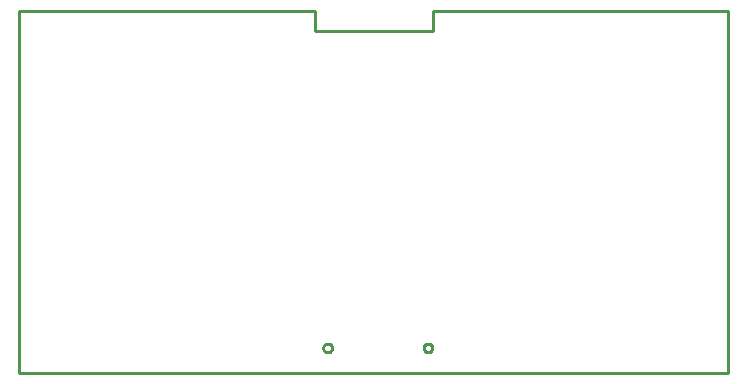
<source format=gko>
G04 EAGLE Gerber RS-274X export*
G75*
%MOMM*%
%FSLAX34Y34*%
%LPD*%
%IN*%
%IPPOS*%
%AMOC8*
5,1,8,0,0,1.08239X$1,22.5*%
G01*
%ADD10C,0.050000*%
%ADD11C,0.000000*%
%ADD12C,0.254000*%


D10*
X600000Y0D02*
X600000Y307000D01*
X0Y307000D02*
X0Y0D01*
X600000Y0D01*
X600000Y307000D02*
X350000Y307000D01*
X250000Y307000D02*
X0Y307000D01*
X250000Y307000D02*
X250000Y290000D01*
X350000Y290000D02*
X350000Y307000D01*
X350000Y290000D02*
X250000Y290000D01*
D11*
X342300Y21500D02*
X342302Y21622D01*
X342308Y21744D01*
X342318Y21866D01*
X342332Y21987D01*
X342350Y22108D01*
X342371Y22228D01*
X342397Y22347D01*
X342426Y22466D01*
X342460Y22583D01*
X342497Y22699D01*
X342538Y22814D01*
X342583Y22928D01*
X342631Y23040D01*
X342683Y23151D01*
X342738Y23259D01*
X342797Y23366D01*
X342860Y23471D01*
X342926Y23574D01*
X342995Y23674D01*
X343067Y23773D01*
X343143Y23869D01*
X343221Y23962D01*
X343303Y24053D01*
X343388Y24141D01*
X343475Y24226D01*
X343565Y24308D01*
X343658Y24388D01*
X343753Y24464D01*
X343851Y24537D01*
X343951Y24607D01*
X344053Y24674D01*
X344157Y24737D01*
X344264Y24797D01*
X344372Y24854D01*
X344482Y24906D01*
X344594Y24956D01*
X344707Y25001D01*
X344822Y25043D01*
X344938Y25081D01*
X345055Y25116D01*
X345173Y25146D01*
X345292Y25173D01*
X345412Y25195D01*
X345533Y25214D01*
X345654Y25229D01*
X345776Y25240D01*
X345897Y25247D01*
X346019Y25250D01*
X346142Y25249D01*
X346264Y25244D01*
X346385Y25235D01*
X346507Y25222D01*
X346628Y25205D01*
X346748Y25184D01*
X346867Y25160D01*
X346986Y25131D01*
X347104Y25099D01*
X347220Y25063D01*
X347336Y25023D01*
X347450Y24979D01*
X347562Y24932D01*
X347673Y24881D01*
X347782Y24826D01*
X347890Y24768D01*
X347995Y24706D01*
X348098Y24641D01*
X348200Y24573D01*
X348298Y24501D01*
X348395Y24426D01*
X348489Y24349D01*
X348580Y24268D01*
X348669Y24184D01*
X348755Y24097D01*
X348838Y24008D01*
X348918Y23916D01*
X348995Y23821D01*
X349069Y23724D01*
X349140Y23624D01*
X349208Y23523D01*
X349272Y23419D01*
X349333Y23313D01*
X349390Y23205D01*
X349444Y23096D01*
X349494Y22984D01*
X349540Y22871D01*
X349583Y22757D01*
X349622Y22641D01*
X349657Y22525D01*
X349689Y22407D01*
X349716Y22288D01*
X349740Y22168D01*
X349760Y22047D01*
X349776Y21926D01*
X349788Y21805D01*
X349796Y21683D01*
X349800Y21561D01*
X349800Y21439D01*
X349796Y21317D01*
X349788Y21195D01*
X349776Y21074D01*
X349760Y20953D01*
X349740Y20832D01*
X349716Y20712D01*
X349689Y20593D01*
X349657Y20475D01*
X349622Y20359D01*
X349583Y20243D01*
X349540Y20129D01*
X349494Y20016D01*
X349444Y19904D01*
X349390Y19795D01*
X349333Y19687D01*
X349272Y19581D01*
X349208Y19477D01*
X349140Y19376D01*
X349069Y19276D01*
X348995Y19179D01*
X348918Y19084D01*
X348838Y18992D01*
X348755Y18903D01*
X348669Y18816D01*
X348580Y18732D01*
X348489Y18651D01*
X348395Y18574D01*
X348298Y18499D01*
X348200Y18427D01*
X348098Y18359D01*
X347995Y18294D01*
X347890Y18232D01*
X347782Y18174D01*
X347673Y18119D01*
X347562Y18068D01*
X347450Y18021D01*
X347336Y17977D01*
X347220Y17937D01*
X347104Y17901D01*
X346986Y17869D01*
X346867Y17840D01*
X346748Y17816D01*
X346628Y17795D01*
X346507Y17778D01*
X346385Y17765D01*
X346264Y17756D01*
X346142Y17751D01*
X346019Y17750D01*
X345897Y17753D01*
X345776Y17760D01*
X345654Y17771D01*
X345533Y17786D01*
X345412Y17805D01*
X345292Y17827D01*
X345173Y17854D01*
X345055Y17884D01*
X344938Y17919D01*
X344822Y17957D01*
X344707Y17999D01*
X344594Y18044D01*
X344482Y18094D01*
X344372Y18146D01*
X344264Y18203D01*
X344157Y18263D01*
X344053Y18326D01*
X343951Y18393D01*
X343851Y18463D01*
X343753Y18536D01*
X343658Y18612D01*
X343565Y18692D01*
X343475Y18774D01*
X343388Y18859D01*
X343303Y18947D01*
X343221Y19038D01*
X343143Y19131D01*
X343067Y19227D01*
X342995Y19326D01*
X342926Y19426D01*
X342860Y19529D01*
X342797Y19634D01*
X342738Y19741D01*
X342683Y19849D01*
X342631Y19960D01*
X342583Y20072D01*
X342538Y20186D01*
X342497Y20301D01*
X342460Y20417D01*
X342426Y20534D01*
X342397Y20653D01*
X342371Y20772D01*
X342350Y20892D01*
X342332Y21013D01*
X342318Y21134D01*
X342308Y21256D01*
X342302Y21378D01*
X342300Y21500D01*
X257300Y21500D02*
X257302Y21622D01*
X257308Y21744D01*
X257318Y21866D01*
X257332Y21987D01*
X257350Y22108D01*
X257371Y22228D01*
X257397Y22347D01*
X257426Y22466D01*
X257460Y22583D01*
X257497Y22699D01*
X257538Y22814D01*
X257583Y22928D01*
X257631Y23040D01*
X257683Y23151D01*
X257738Y23259D01*
X257797Y23366D01*
X257860Y23471D01*
X257926Y23574D01*
X257995Y23674D01*
X258067Y23773D01*
X258143Y23869D01*
X258221Y23962D01*
X258303Y24053D01*
X258388Y24141D01*
X258475Y24226D01*
X258565Y24308D01*
X258658Y24388D01*
X258753Y24464D01*
X258851Y24537D01*
X258951Y24607D01*
X259053Y24674D01*
X259157Y24737D01*
X259264Y24797D01*
X259372Y24854D01*
X259482Y24906D01*
X259594Y24956D01*
X259707Y25001D01*
X259822Y25043D01*
X259938Y25081D01*
X260055Y25116D01*
X260173Y25146D01*
X260292Y25173D01*
X260412Y25195D01*
X260533Y25214D01*
X260654Y25229D01*
X260776Y25240D01*
X260897Y25247D01*
X261019Y25250D01*
X261142Y25249D01*
X261264Y25244D01*
X261385Y25235D01*
X261507Y25222D01*
X261628Y25205D01*
X261748Y25184D01*
X261867Y25160D01*
X261986Y25131D01*
X262104Y25099D01*
X262220Y25063D01*
X262336Y25023D01*
X262450Y24979D01*
X262562Y24932D01*
X262673Y24881D01*
X262782Y24826D01*
X262890Y24768D01*
X262995Y24706D01*
X263098Y24641D01*
X263200Y24573D01*
X263298Y24501D01*
X263395Y24426D01*
X263489Y24349D01*
X263580Y24268D01*
X263669Y24184D01*
X263755Y24097D01*
X263838Y24008D01*
X263918Y23916D01*
X263995Y23821D01*
X264069Y23724D01*
X264140Y23624D01*
X264208Y23523D01*
X264272Y23419D01*
X264333Y23313D01*
X264390Y23205D01*
X264444Y23096D01*
X264494Y22984D01*
X264540Y22871D01*
X264583Y22757D01*
X264622Y22641D01*
X264657Y22525D01*
X264689Y22407D01*
X264716Y22288D01*
X264740Y22168D01*
X264760Y22047D01*
X264776Y21926D01*
X264788Y21805D01*
X264796Y21683D01*
X264800Y21561D01*
X264800Y21439D01*
X264796Y21317D01*
X264788Y21195D01*
X264776Y21074D01*
X264760Y20953D01*
X264740Y20832D01*
X264716Y20712D01*
X264689Y20593D01*
X264657Y20475D01*
X264622Y20359D01*
X264583Y20243D01*
X264540Y20129D01*
X264494Y20016D01*
X264444Y19904D01*
X264390Y19795D01*
X264333Y19687D01*
X264272Y19581D01*
X264208Y19477D01*
X264140Y19376D01*
X264069Y19276D01*
X263995Y19179D01*
X263918Y19084D01*
X263838Y18992D01*
X263755Y18903D01*
X263669Y18816D01*
X263580Y18732D01*
X263489Y18651D01*
X263395Y18574D01*
X263298Y18499D01*
X263200Y18427D01*
X263098Y18359D01*
X262995Y18294D01*
X262890Y18232D01*
X262782Y18174D01*
X262673Y18119D01*
X262562Y18068D01*
X262450Y18021D01*
X262336Y17977D01*
X262220Y17937D01*
X262104Y17901D01*
X261986Y17869D01*
X261867Y17840D01*
X261748Y17816D01*
X261628Y17795D01*
X261507Y17778D01*
X261385Y17765D01*
X261264Y17756D01*
X261142Y17751D01*
X261019Y17750D01*
X260897Y17753D01*
X260776Y17760D01*
X260654Y17771D01*
X260533Y17786D01*
X260412Y17805D01*
X260292Y17827D01*
X260173Y17854D01*
X260055Y17884D01*
X259938Y17919D01*
X259822Y17957D01*
X259707Y17999D01*
X259594Y18044D01*
X259482Y18094D01*
X259372Y18146D01*
X259264Y18203D01*
X259157Y18263D01*
X259053Y18326D01*
X258951Y18393D01*
X258851Y18463D01*
X258753Y18536D01*
X258658Y18612D01*
X258565Y18692D01*
X258475Y18774D01*
X258388Y18859D01*
X258303Y18947D01*
X258221Y19038D01*
X258143Y19131D01*
X258067Y19227D01*
X257995Y19326D01*
X257926Y19426D01*
X257860Y19529D01*
X257797Y19634D01*
X257738Y19741D01*
X257683Y19849D01*
X257631Y19960D01*
X257583Y20072D01*
X257538Y20186D01*
X257497Y20301D01*
X257460Y20417D01*
X257426Y20534D01*
X257397Y20653D01*
X257371Y20772D01*
X257350Y20892D01*
X257332Y21013D01*
X257318Y21134D01*
X257308Y21256D01*
X257302Y21378D01*
X257300Y21500D01*
D12*
X0Y0D02*
X600000Y0D01*
X600000Y307000D01*
X350000Y307000D01*
X350000Y290000D01*
X250000Y290000D01*
X250000Y307000D01*
X0Y307000D01*
X0Y0D01*
X349800Y21254D02*
X349736Y20767D01*
X349609Y20292D01*
X349421Y19838D01*
X349175Y19412D01*
X348875Y19022D01*
X348528Y18675D01*
X348138Y18375D01*
X347712Y18130D01*
X347258Y17941D01*
X346783Y17814D01*
X346296Y17750D01*
X345804Y17750D01*
X345317Y17814D01*
X344842Y17941D01*
X344388Y18130D01*
X343962Y18375D01*
X343572Y18675D01*
X343225Y19022D01*
X342925Y19412D01*
X342680Y19838D01*
X342491Y20292D01*
X342364Y20767D01*
X342300Y21254D01*
X342300Y21746D01*
X342364Y22233D01*
X342491Y22708D01*
X342680Y23162D01*
X342925Y23588D01*
X343225Y23978D01*
X343572Y24325D01*
X343962Y24625D01*
X344388Y24871D01*
X344842Y25059D01*
X345317Y25186D01*
X345804Y25250D01*
X346296Y25250D01*
X346783Y25186D01*
X347258Y25059D01*
X347712Y24871D01*
X348138Y24625D01*
X348528Y24325D01*
X348875Y23978D01*
X349175Y23588D01*
X349421Y23162D01*
X349609Y22708D01*
X349736Y22233D01*
X349800Y21746D01*
X349800Y21254D01*
X264800Y21254D02*
X264736Y20767D01*
X264609Y20292D01*
X264421Y19838D01*
X264175Y19412D01*
X263875Y19022D01*
X263528Y18675D01*
X263138Y18375D01*
X262712Y18130D01*
X262258Y17941D01*
X261783Y17814D01*
X261296Y17750D01*
X260804Y17750D01*
X260317Y17814D01*
X259842Y17941D01*
X259388Y18130D01*
X258962Y18375D01*
X258572Y18675D01*
X258225Y19022D01*
X257925Y19412D01*
X257680Y19838D01*
X257491Y20292D01*
X257364Y20767D01*
X257300Y21254D01*
X257300Y21746D01*
X257364Y22233D01*
X257491Y22708D01*
X257680Y23162D01*
X257925Y23588D01*
X258225Y23978D01*
X258572Y24325D01*
X258962Y24625D01*
X259388Y24871D01*
X259842Y25059D01*
X260317Y25186D01*
X260804Y25250D01*
X261296Y25250D01*
X261783Y25186D01*
X262258Y25059D01*
X262712Y24871D01*
X263138Y24625D01*
X263528Y24325D01*
X263875Y23978D01*
X264175Y23588D01*
X264421Y23162D01*
X264609Y22708D01*
X264736Y22233D01*
X264800Y21746D01*
X264800Y21254D01*
M02*

</source>
